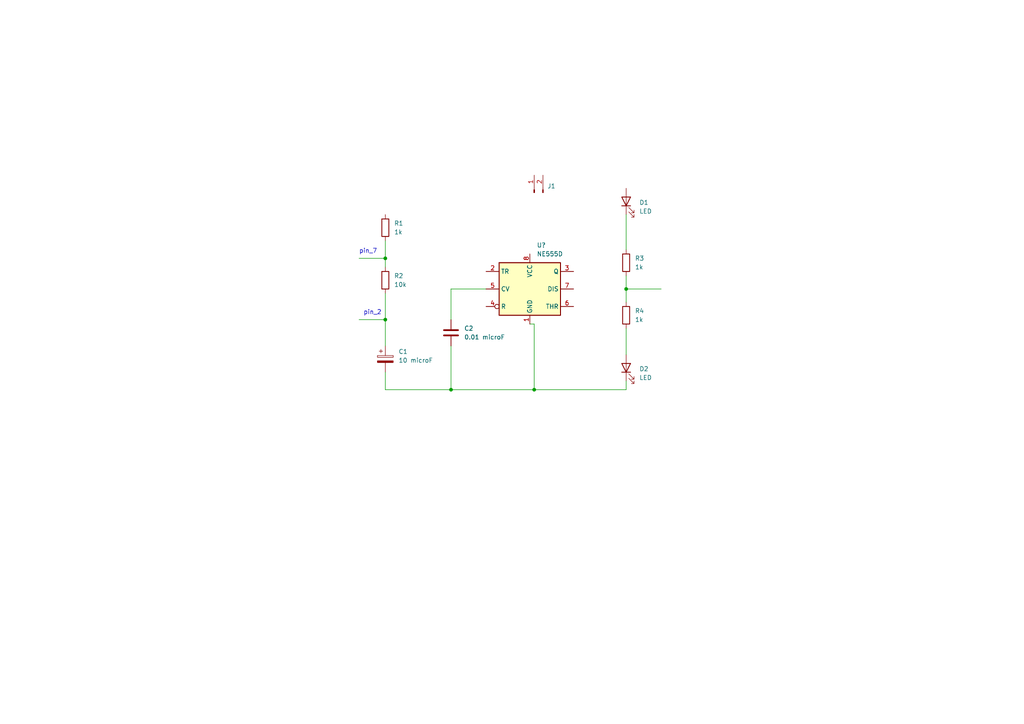
<source format=kicad_sch>
(kicad_sch (version 20211123) (generator eeschema)
  (paper "A4")
  (lib_symbols
    (symbol "Connector:Conn_01x02_Male" (pin_names (offset 1.016) hide)
      (property "Reference" "J" (at 0 2.54 0))
      (property "Value" "Conn_01x02_Male" (at 0 -5.08 0))
      (symbol "Conn_01x02_Male_1_1"
        (polyline (pts (xy 1.27 -2.54) (xy 0.8636 -2.54)) (stroke (width 0.1524)))
        (polyline (pts (xy 1.27 0) (xy 0.8636 0)) (stroke (width 0.1524)))
        (rectangle (start 0.8636 -2.413) (end 0 -2.667) (stroke (width 0.1524)) (fill (type outline)))
        (rectangle (start 0.8636 0.127) (end 0 -0.127) (stroke (width 0.1524)) (fill (type outline)))
        (pin passive line (at 5.08 0 180) (length 3.81) (name "Pin_1") (number "1"))
        (pin passive line (at 5.08 -2.54 180) (length 3.81) (name "Pin_2") (number "2"))
      )
    )
    (symbol "Device:C" (pin_numbers hide) (pin_names (offset 0.254))
      (property "Reference" "C" (at 0.635 2.54 0))
      (property "Value" "C" (at 0.635 -2.54 0))
      (symbol "C_0_1"
        (polyline (pts (xy -2.032 -0.762) (xy 2.032 -0.762)) (stroke (width 0.508)))
        (polyline (pts (xy -2.032 0.762) (xy 2.032 0.762)) (stroke (width 0.508)))
      )
      (symbol "C_1_1"
        (pin passive line (at 0 3.81 270) (length 2.794) (name "~") (number "1"))
        (pin passive line (at 0 -3.81 90) (length 2.794) (name "~") (number "2"))
      )
    )
    (symbol "Device:C_Polarized" (pin_numbers hide) (pin_names (offset 0.254))
      (property "Reference" "C" (at 0.635 2.54 0))
      (property "Value" "C_Polarized" (at 0.635 -2.54 0))
      (symbol "C_Polarized_0_1"
        (rectangle (start -2.286 0.508) (end 2.286 1.016))
        (polyline (pts (xy -1.778 2.286) (xy -0.762 2.286)))
        (polyline (pts (xy -1.27 2.794) (xy -1.27 1.778)))
        (rectangle (start 2.286 -0.508) (end -2.286 -1.016) (fill (type outline)))
      )
      (symbol "C_Polarized_1_1"
        (pin passive line (at 0 3.81 270) (length 2.794) (name "~") (number "1"))
        (pin passive line (at 0 -3.81 90) (length 2.794) (name "~") (number "2"))
      )
    )
    (symbol "Device:LED" (pin_numbers hide) (pin_names (offset 1.016) hide)
      (property "Reference" "D" (at 0 2.54 0))
      (property "Value" "LED" (at 0 -2.54 0))
      (symbol "LED_0_1"
        (polyline (pts (xy -1.27 -1.27) (xy -1.27 1.27)) (stroke (width 0.254)))
        (polyline (pts (xy -1.27 0) (xy 1.27 0)))
        (polyline (pts (xy 1.27 -1.27) (xy 1.27 1.27) (xy -1.27 0) (xy 1.27 -1.27)) (stroke (width 0.254)))
        (polyline (pts (xy -3.048 -0.762) (xy -4.572 -2.286) (xy -3.81 -2.286) (xy -4.572 -2.286) (xy -4.572 -1.524)))
        (polyline (pts (xy -1.778 -0.762) (xy -3.302 -2.286) (xy -2.54 -2.286) (xy -3.302 -2.286) (xy -3.302 -1.524)))
      )
      (symbol "LED_1_1"
        (pin passive line (at -3.81 0 0) (length 2.54) (name "K") (number "1"))
        (pin passive line (at 3.81 0 180) (length 2.54) (name "A") (number "2"))
      )
    )
    (symbol "Device:R" (pin_numbers hide) (pin_names (offset 0))
      (property "Reference" "R" (at 2.032 0 90))
      (property "Value" "R" (at 0 0 90))
      (symbol "R_0_1"
        (rectangle (start -1.016 -2.54) (end 1.016 2.54) (stroke (width 0.254)))
      )
      (symbol "R_1_1"
        (pin passive line (at 0 3.81 270) (length 1.27) (name "~") (number "1"))
        (pin passive line (at 0 -3.81 90) (length 1.27) (name "~") (number "2"))
      )
    )
    (symbol "Timer:NE555D"
      (property "Reference" "U" (at -10.16 8.89 0))
      (property "Value" "NE555D" (at 2.54 8.89 0))
      (symbol "NE555D_0_0"
        (pin power_in line (at 0 -10.16 90) (length 2.54) (name "GND") (number "1"))
        (pin power_in line (at 0 10.16 270) (length 2.54) (name "VCC") (number "8"))
      )
      (symbol "NE555D_0_1"
        (rectangle (start -8.89 -7.62) (end 8.89 7.62) (stroke (width 0.254)) (fill (type background)))
        (rectangle (start -8.89 -7.62) (end 8.89 7.62) (stroke (width 0.254)) (fill (type background)))
      )
      (symbol "NE555D_1_1"
        (pin input line (at -12.7 5.08 0) (length 3.81) (name "TR") (number "2"))
        (pin output line (at 12.7 5.08 180) (length 3.81) (name "Q") (number "3"))
        (pin input inverted (at -12.7 -5.08 0) (length 3.81) (name "R") (number "4"))
        (pin input line (at -12.7 0 0) (length 3.81) (name "CV") (number "5"))
        (pin input line (at 12.7 -5.08 180) (length 3.81) (name "THR") (number "6"))
        (pin input line (at 12.7 0 180) (length 3.81) (name "DIS") (number "7"))
      )
    )
  )
  (junction (at 130.81 113.03))
  (junction (at 111.76 92.71))
  (junction (at 111.76 74.93))
  (junction (at 181.61 83.82))
  (junction (at 154.94 113.03))
  (wire (pts (xy 140.97 83.82) (xy 130.81 83.82)))
  (wire (pts (xy 181.61 83.82) (xy 191.77 83.82)))
  (wire (pts (xy 181.61 80.01) (xy 181.61 83.82)))
  (wire (pts (xy 181.61 113.03) (xy 181.61 110.49)))
  (wire (pts (xy 181.61 95.25) (xy 181.61 102.87)))
  (wire (pts (xy 130.81 100.33) (xy 130.81 113.03)))
  (wire (pts (xy 181.61 62.23) (xy 181.61 72.39)))
  (wire (pts (xy 154.94 93.98) (xy 153.67 93.98)))
  (wire (pts (xy 104.14 92.71) (xy 111.76 92.71)))
  (wire (pts (xy 111.76 85.09) (xy 111.76 92.71)))
  (wire (pts (xy 154.94 113.03) (xy 181.61 113.03)))
  (wire (pts (xy 111.76 107.95) (xy 111.76 113.03)))
  (wire (pts (xy 104.14 74.93) (xy 111.76 74.93)))
  (wire (pts (xy 130.81 83.82) (xy 130.81 92.71)))
  (wire (pts (xy 130.81 113.03) (xy 154.94 113.03)))
  (wire (pts (xy 111.76 92.71) (xy 111.76 100.33)))
  (wire (pts (xy 111.76 74.93) (xy 111.76 77.47)))
  (wire (pts (xy 154.94 113.03) (xy 154.94 93.98)))
  (wire (pts (xy 181.61 83.82) (xy 181.61 87.63)))
  (wire (pts (xy 111.76 113.03) (xy 130.81 113.03)))
  (wire (pts (xy 111.76 69.85) (xy 111.76 74.93)))
  (text "pin_7" (at 104.14 73.66 0) (effects (font (size 1.27 1.27)) (justify left bottom)))
  (text "pin_2" (at 105.41 91.44 0) (effects (font (size 1.27 1.27)) (justify left bottom)))
  (symbol (lib_id "Device:C_Polarized") (at 111.76 104.14 0) (unit 1)
    (property "Reference" "C1" (at 115.57 101.9809 0) (effects (justify left)))
    (property "Value" "10 microF" (at 115.57 104.5209 0) (effects (justify left)))
  )
  (symbol (lib_id "Device:R") (at 181.61 76.2 0) (unit 1)
    (property "Reference" "R3" (at 184.15 74.9299 0) (effects (justify left)))
    (property "Value" "1k" (at 184.15 77.4699 0) (effects (justify left)))
  )
  (symbol (lib_id "Device:LED") (at 181.61 106.68 90) (unit 1)
    (property "Reference" "D2" (at 185.42 106.9974 90) (effects (justify right)))
    (property "Value" "LED" (at 185.42 109.5374 90) (effects (justify right)))
  )
  (symbol (lib_id "Device:R") (at 181.61 91.44 0) (unit 1)
    (property "Reference" "R4" (at 184.15 90.1699 0) (effects (justify left)))
    (property "Value" "1k" (at 184.15 92.7099 0) (effects (justify left)))
  )
  (symbol (lib_id "Device:R") (at 111.76 66.04 0) (unit 1)
    (property "Reference" "R1" (at 114.3 64.7699 0) (effects (justify left)))
    (property "Value" "1k" (at 114.3 67.3099 0) (effects (justify left)))
  )
  (symbol (lib_id "Connector:Conn_01x02_Male") (at 154.94 55.88 90) (unit 1)
    (property "Reference" "J1" (at 158.75 53.9749 90) (effects (justify right)))
    (property "Value" " " (at 158.75 56.5149 90) (effects (justify right)))
  )
  (symbol (lib_id "Timer:NE555D") (at 153.67 83.82 0) (unit 1)
    (property "Reference" "U?" (at 155.6894 71.12 0) (effects (justify left)))
    (property "Value" "NE555D" (at 155.6894 73.66 0) (effects (justify left)))
    (property "Footprint" "Package_SO:SOIC-8_3.9x4.9mm_P1.27mm" (effects hide))
    (property "Datasheet" "http://www.ti.com/lit/ds/symlink/ne555.pdf" (effects hide))
  )
  (symbol (lib_id "Device:C") (at 130.81 96.52 0) (unit 1)
    (property "Reference" "C2" (at 134.62 95.2499 0) (effects (justify left)))
    (property "Value" "0.01 microF" (at 134.62 97.7899 0) (effects (justify left)))
  )
  (symbol (lib_id "Device:LED") (at 181.61 58.42 90) (unit 1)
    (property "Reference" "D1" (at 185.42 58.7374 90) (effects (justify right)))
    (property "Value" "LED" (at 185.42 61.2774 90) (effects (justify right)))
  )
  (symbol (lib_id "Device:R") (at 111.76 81.28 0) (unit 1)
    (property "Reference" "R2" (at 114.3 80.0099 0) (effects (justify left)))
    (property "Value" "10k" (at 114.3 82.5499 0) (effects (justify left)))
  )
)
</source>
